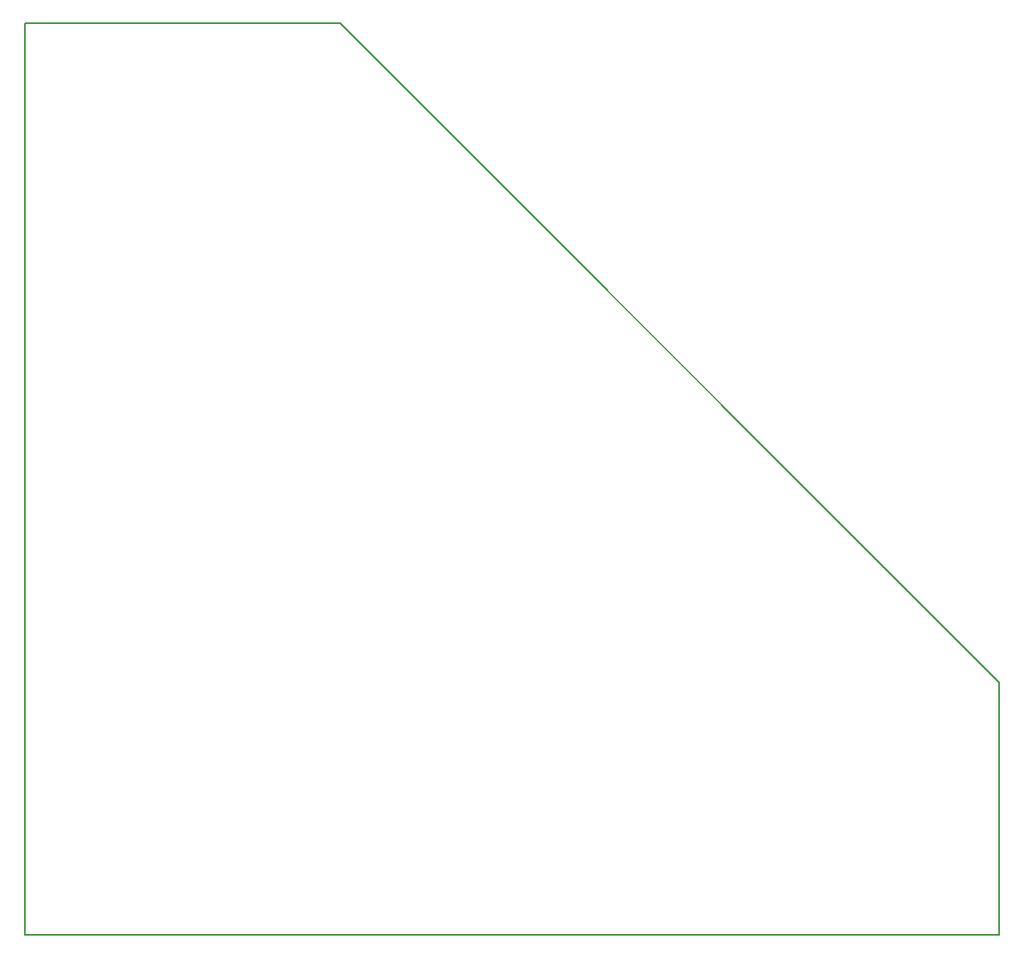
<source format=gm1>
G04 #@! TF.GenerationSoftware,KiCad,Pcbnew,6.0.0-rc1-unknown-eabae68~66~ubuntu18.04.1*
G04 #@! TF.CreationDate,2018-10-31T19:35:59-03:00*
G04 #@! TF.ProjectId,Balloon_bus,42616C6C6F6F6E5F6275732E6B696361,rev?*
G04 #@! TF.SameCoordinates,Original*
G04 #@! TF.FileFunction,Profile,NP*
%FSLAX46Y46*%
G04 Gerber Fmt 4.6, Leading zero omitted, Abs format (unit mm)*
G04 Created by KiCad (PCBNEW 6.0.0-rc1-unknown-eabae68~66~ubuntu18.04.1) date mié 31 oct 2018 19:35:59 -03*
%MOMM*%
%LPD*%
G01*
G04 APERTURE LIST*
%ADD10C,0.150000*%
G04 APERTURE END LIST*
D10*
X196493100Y-149880400D02*
X100481100Y-149880400D01*
X196493100Y-125000000D02*
X131500000Y-60000400D01*
X100481100Y-59999800D02*
X100481100Y-60000400D01*
X100481100Y-60000400D02*
X100481100Y-149880400D01*
X196493100Y-149880400D02*
X196493100Y-125000000D01*
X100481100Y-60000400D02*
X131500000Y-60000400D01*
M02*

</source>
